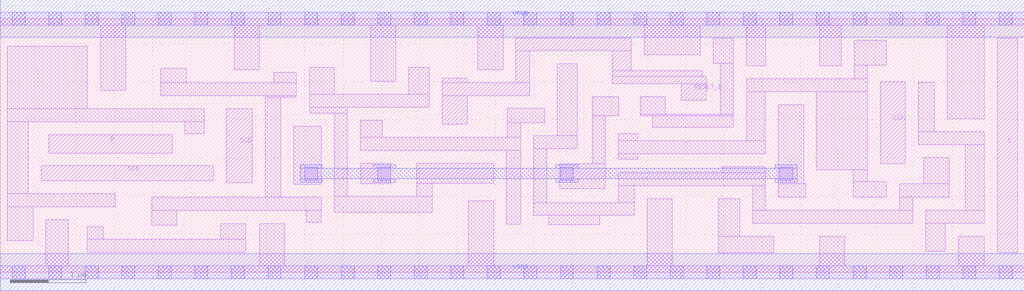
<source format=lef>
# Copyright 2020 The SkyWater PDK Authors
#
# Licensed under the Apache License, Version 2.0 (the "License");
# you may not use this file except in compliance with the License.
# You may obtain a copy of the License at
#
#     https://www.apache.org/licenses/LICENSE-2.0
#
# Unless required by applicable law or agreed to in writing, software
# distributed under the License is distributed on an "AS IS" BASIS,
# WITHOUT WARRANTIES OR CONDITIONS OF ANY KIND, either express or implied.
# See the License for the specific language governing permissions and
# limitations under the License.
#
# SPDX-License-Identifier: Apache-2.0

VERSION 5.7 ;
  NAMESCASESENSITIVE ON ;
  NOWIREEXTENSIONATPIN ON ;
  DIVIDERCHAR "/" ;
  BUSBITCHARS "[]" ;
UNITS
  DATABASE MICRONS 200 ;
END UNITS
MACRO sky130_fd_sc_lp__sdfrtp_ov2
  CLASS CORE ;
  FOREIGN sky130_fd_sc_lp__sdfrtp_ov2 ;
  ORIGIN  0.000000  0.000000 ;
  SIZE  13.44000 BY  3.330000 ;
  SYMMETRY X Y ;
  SITE unit ;
  PIN D
    ANTENNAGATEAREA  0.126000 ;
    DIRECTION INPUT ;
    USE SIGNAL ;
    PORT
      LAYER li1 ;
        RECT 0.635000 1.565000 2.255000 1.805000 ;
    END
  END D
  PIN Q
    ANTENNADIFFAREA  0.556500 ;
    DIRECTION OUTPUT ;
    USE SIGNAL ;
    PORT
      LAYER li1 ;
        RECT 13.085000 0.255000 13.355000 3.075000 ;
    END
  END Q
  PIN RESET_B
    ANTENNAGATEAREA  0.378000 ;
    DIRECTION INPUT ;
    USE SIGNAL ;
    PORT
      LAYER li1 ;
        RECT 5.800000 1.940000 6.130000 2.320000 ;
        RECT 5.800000 2.320000 6.950000 2.490000 ;
        RECT 5.800000 2.490000 6.130000 2.545000 ;
        RECT 6.770000 2.490000 6.950000 2.905000 ;
        RECT 6.770000 2.905000 8.285000 3.075000 ;
        RECT 8.035000 2.475000 9.270000 2.570000 ;
        RECT 8.035000 2.570000 9.215000 2.645000 ;
        RECT 8.035000 2.645000 8.285000 2.905000 ;
        RECT 8.940000 2.255000 9.270000 2.475000 ;
    END
  END RESET_B
  PIN SCD
    ANTENNAGATEAREA  0.126000 ;
    DIRECTION INPUT ;
    USE SIGNAL ;
    PORT
      LAYER li1 ;
        RECT 2.965000 1.175000 3.310000 2.145000 ;
    END
  END SCD
  PIN SCE
    ANTENNAGATEAREA  0.285000 ;
    DIRECTION INPUT ;
    USE SIGNAL ;
    PORT
      LAYER li1 ;
        RECT 0.540000 1.200000 2.795000 1.395000 ;
    END
  END SCE
  PIN CLK
    ANTENNAGATEAREA  0.126000 ;
    DIRECTION INPUT ;
    USE CLOCK ;
    PORT
      LAYER li1 ;
        RECT 11.550000 1.425000 11.880000 2.500000 ;
    END
  END CLK
  PIN VGND
    DIRECTION INOUT ;
    USE GROUND ;
    PORT
      LAYER met1 ;
        RECT 0.000000 -0.245000 13.440000 0.245000 ;
    END
  END VGND
  PIN VPWR
    DIRECTION INOUT ;
    USE POWER ;
    PORT
      LAYER met1 ;
        RECT 0.000000 3.085000 13.440000 3.575000 ;
    END
  END VPWR
  OBS
    LAYER li1 ;
      RECT  0.000000 -0.085000 13.440000 0.085000 ;
      RECT  0.000000  3.245000 13.440000 3.415000 ;
      RECT  0.090000  0.415000  0.430000 0.860000 ;
      RECT  0.090000  0.860000  1.510000 1.030000 ;
      RECT  0.090000  1.030000  0.370000 1.975000 ;
      RECT  0.090000  1.975000  2.675000 2.145000 ;
      RECT  0.090000  2.145000  1.140000 2.965000 ;
      RECT  0.600000  0.085000  0.895000 0.690000 ;
      RECT  1.145000  0.265000  3.225000 0.435000 ;
      RECT  1.145000  0.435000  1.355000 0.595000 ;
      RECT  1.320000  2.390000  1.650000 3.245000 ;
      RECT  1.990000  0.615000  2.320000 0.815000 ;
      RECT  1.990000  0.815000  4.215000 0.985000 ;
      RECT  2.110000  2.315000  3.885000 2.485000 ;
      RECT  2.110000  2.485000  2.440000 2.680000 ;
      RECT  2.425000  1.815000  2.675000 1.975000 ;
      RECT  2.895000  0.435000  3.225000 0.635000 ;
      RECT  3.070000  2.655000  3.400000 3.245000 ;
      RECT  3.405000  0.085000  3.735000 0.635000 ;
      RECT  3.480000  0.985000  3.685000 2.295000 ;
      RECT  3.480000  2.295000  3.885000 2.315000 ;
      RECT  3.590000  2.485000  3.885000 2.625000 ;
      RECT  3.855000  1.155000  4.215000 1.915000 ;
      RECT  4.015000  0.655000  4.215000 0.815000 ;
      RECT  4.065000  2.085000  4.555000 2.165000 ;
      RECT  4.065000  2.165000  5.630000 2.335000 ;
      RECT  4.065000  2.335000  4.385000 2.690000 ;
      RECT  4.385000  0.785000  5.670000 0.995000 ;
      RECT  4.385000  0.995000  4.555000 2.085000 ;
      RECT  4.725000  1.600000  6.835000 1.770000 ;
      RECT  4.725000  1.770000  5.015000 1.995000 ;
      RECT  4.735000  1.165000  5.125000 1.430000 ;
      RECT  4.865000  2.505000  5.195000 3.245000 ;
      RECT  5.365000  2.335000  5.630000 2.690000 ;
      RECT  5.465000  0.995000  5.670000 1.170000 ;
      RECT  5.465000  1.170000  6.475000 1.430000 ;
      RECT  6.145000  0.085000  6.475000 0.940000 ;
      RECT  6.270000  2.660000  6.600000 3.245000 ;
      RECT  6.645000  0.630000  6.835000 1.600000 ;
      RECT  6.655000  1.770000  6.835000 1.960000 ;
      RECT  6.655000  1.960000  7.145000 2.150000 ;
      RECT  7.005000  0.745000  8.320000 0.915000 ;
      RECT  7.005000  0.915000  7.175000 1.620000 ;
      RECT  7.005000  1.620000  7.575000 1.790000 ;
      RECT  7.200000  0.625000  7.870000 0.745000 ;
      RECT  7.315000  1.790000  7.575000 2.735000 ;
      RECT  7.345000  1.095000  7.940000 1.425000 ;
      RECT  7.770000  1.425000  7.940000 2.055000 ;
      RECT  7.770000  2.055000  8.120000 2.305000 ;
      RECT  8.110000  0.915000  8.320000 1.135000 ;
      RECT  8.110000  1.135000 10.045000 1.305000 ;
      RECT  8.110000  1.485000  8.370000 1.555000 ;
      RECT  8.110000  1.555000 10.045000 1.725000 ;
      RECT  8.110000  1.725000  8.370000 1.815000 ;
      RECT  8.400000  2.055000  9.620000 2.075000 ;
      RECT  8.400000  2.075000  8.730000 2.305000 ;
      RECT  8.455000  2.855000  9.190000 3.245000 ;
      RECT  8.490000  0.085000  8.820000 0.965000 ;
      RECT  8.560000  1.905000  9.620000 2.055000 ;
      RECT  9.360000  2.745000  9.620000 3.075000 ;
      RECT  9.425000  0.255000 10.155000 0.475000 ;
      RECT  9.425000  0.475000  9.705000 0.965000 ;
      RECT  9.450000  2.075000  9.620000 2.745000 ;
      RECT  9.480000  1.305000 10.045000 1.385000 ;
      RECT  9.790000  2.710000 10.050000 3.245000 ;
      RECT  9.800000  1.725000 10.045000 2.370000 ;
      RECT  9.800000  2.370000 11.380000 2.540000 ;
      RECT  9.875000  0.645000 11.980000 0.815000 ;
      RECT  9.875000  0.815000 10.045000 1.135000 ;
      RECT 10.215000  0.985000 10.575000 1.165000 ;
      RECT 10.215000  1.165000 10.545000 2.200000 ;
      RECT 10.715000  1.345000 11.380000 2.370000 ;
      RECT 10.755000  0.085000 11.085000 0.475000 ;
      RECT 10.755000  2.710000 11.040000 3.245000 ;
      RECT 11.200000  0.985000 11.630000 1.185000 ;
      RECT 11.200000  1.185000 11.380000 1.345000 ;
      RECT 11.210000  2.540000 11.380000 2.715000 ;
      RECT 11.210000  2.715000 11.630000 3.045000 ;
      RECT 11.810000  0.815000 11.980000 0.985000 ;
      RECT 11.810000  0.985000 12.455000 1.165000 ;
      RECT 12.050000  1.675000 12.915000 1.845000 ;
      RECT 12.050000  1.845000 12.260000 2.495000 ;
      RECT 12.125000  1.165000 12.455000 1.505000 ;
      RECT 12.150000  0.275000 12.405000 0.645000 ;
      RECT 12.150000  0.645000 12.915000 0.815000 ;
      RECT 12.430000  2.015000 12.915000 3.245000 ;
      RECT 12.575000  0.085000 12.915000 0.475000 ;
      RECT 12.665000  0.815000 12.915000 1.675000 ;
    LAYER mcon ;
      RECT  0.155000 -0.085000  0.325000 0.085000 ;
      RECT  0.155000  3.245000  0.325000 3.415000 ;
      RECT  0.635000 -0.085000  0.805000 0.085000 ;
      RECT  0.635000  3.245000  0.805000 3.415000 ;
      RECT  1.115000 -0.085000  1.285000 0.085000 ;
      RECT  1.115000  3.245000  1.285000 3.415000 ;
      RECT  1.595000 -0.085000  1.765000 0.085000 ;
      RECT  1.595000  3.245000  1.765000 3.415000 ;
      RECT  2.075000 -0.085000  2.245000 0.085000 ;
      RECT  2.075000  3.245000  2.245000 3.415000 ;
      RECT  2.555000 -0.085000  2.725000 0.085000 ;
      RECT  2.555000  3.245000  2.725000 3.415000 ;
      RECT  3.035000 -0.085000  3.205000 0.085000 ;
      RECT  3.035000  3.245000  3.205000 3.415000 ;
      RECT  3.515000 -0.085000  3.685000 0.085000 ;
      RECT  3.515000  3.245000  3.685000 3.415000 ;
      RECT  3.995000 -0.085000  4.165000 0.085000 ;
      RECT  3.995000  1.210000  4.165000 1.380000 ;
      RECT  3.995000  3.245000  4.165000 3.415000 ;
      RECT  4.475000 -0.085000  4.645000 0.085000 ;
      RECT  4.475000  3.245000  4.645000 3.415000 ;
      RECT  4.955000 -0.085000  5.125000 0.085000 ;
      RECT  4.955000  1.210000  5.125000 1.380000 ;
      RECT  4.955000  3.245000  5.125000 3.415000 ;
      RECT  5.435000 -0.085000  5.605000 0.085000 ;
      RECT  5.435000  3.245000  5.605000 3.415000 ;
      RECT  5.915000 -0.085000  6.085000 0.085000 ;
      RECT  5.915000  3.245000  6.085000 3.415000 ;
      RECT  6.395000 -0.085000  6.565000 0.085000 ;
      RECT  6.395000  3.245000  6.565000 3.415000 ;
      RECT  6.875000 -0.085000  7.045000 0.085000 ;
      RECT  6.875000  3.245000  7.045000 3.415000 ;
      RECT  7.355000 -0.085000  7.525000 0.085000 ;
      RECT  7.355000  1.210000  7.525000 1.380000 ;
      RECT  7.355000  3.245000  7.525000 3.415000 ;
      RECT  7.835000 -0.085000  8.005000 0.085000 ;
      RECT  7.835000  3.245000  8.005000 3.415000 ;
      RECT  8.315000 -0.085000  8.485000 0.085000 ;
      RECT  8.315000  3.245000  8.485000 3.415000 ;
      RECT  8.795000 -0.085000  8.965000 0.085000 ;
      RECT  8.795000  3.245000  8.965000 3.415000 ;
      RECT  9.275000 -0.085000  9.445000 0.085000 ;
      RECT  9.275000  3.245000  9.445000 3.415000 ;
      RECT  9.755000 -0.085000  9.925000 0.085000 ;
      RECT  9.755000  3.245000  9.925000 3.415000 ;
      RECT 10.235000 -0.085000 10.405000 0.085000 ;
      RECT 10.235000  1.210000 10.405000 1.380000 ;
      RECT 10.235000  3.245000 10.405000 3.415000 ;
      RECT 10.715000 -0.085000 10.885000 0.085000 ;
      RECT 10.715000  3.245000 10.885000 3.415000 ;
      RECT 11.195000 -0.085000 11.365000 0.085000 ;
      RECT 11.195000  3.245000 11.365000 3.415000 ;
      RECT 11.675000 -0.085000 11.845000 0.085000 ;
      RECT 11.675000  3.245000 11.845000 3.415000 ;
      RECT 12.155000 -0.085000 12.325000 0.085000 ;
      RECT 12.155000  3.245000 12.325000 3.415000 ;
      RECT 12.635000 -0.085000 12.805000 0.085000 ;
      RECT 12.635000  3.245000 12.805000 3.415000 ;
      RECT 13.115000 -0.085000 13.285000 0.085000 ;
      RECT 13.115000  3.245000 13.285000 3.415000 ;
    LAYER met1 ;
      RECT  3.935000 1.180000  4.225000 1.225000 ;
      RECT  3.935000 1.225000 10.465000 1.365000 ;
      RECT  3.935000 1.365000  4.225000 1.410000 ;
      RECT  4.895000 1.180000  5.185000 1.225000 ;
      RECT  4.895000 1.365000  5.185000 1.410000 ;
      RECT  7.295000 1.180000  7.585000 1.225000 ;
      RECT  7.295000 1.365000  7.585000 1.410000 ;
      RECT 10.175000 1.180000 10.465000 1.225000 ;
      RECT 10.175000 1.365000 10.465000 1.410000 ;
  END
END sky130_fd_sc_lp__sdfrtp_ov2
END LIBRARY

</source>
